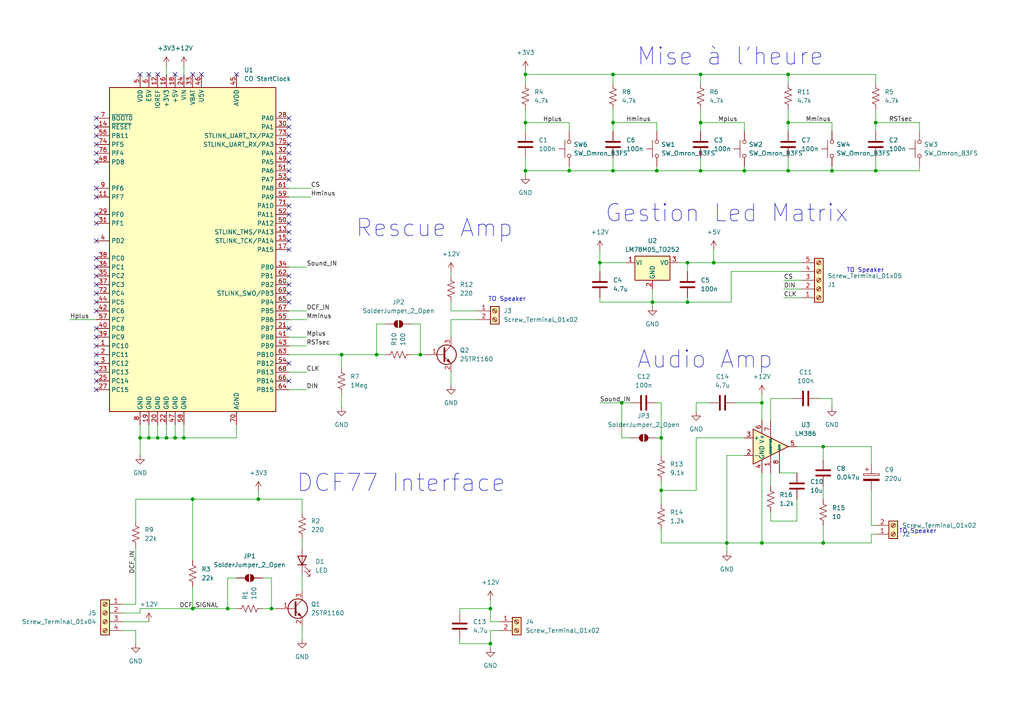
<source format=kicad_sch>
(kicad_sch (version 20231120) (generator "eeschema") (generator_version "8.0")
  (paper "A4")
  (junction (at 45.72 127))
  (junction (at 207.01 76.2))
  (junction (at 220.98 116.84))
  (junction (at 152.4 49.53))
  (junction (at 203.2 21.59))
  (junction (at 228.6 35.56))
  (junction (at 241.3 49.53))
  (junction (at 109.22 102.87))
  (junction (at 228.6 21.59))
  (junction (at 142.24 186.69))
  (junction (at 191.77 142.24))
  (junction (at 50.8 127))
  (junction (at 152.4 21.59))
  (junction (at 191.77 127))
  (junction (at 199.39 76.2))
  (junction (at 199.39 87.63))
  (junction (at 238.76 129.54))
  (junction (at 210.82 157.48))
  (junction (at 48.26 127))
  (junction (at 203.2 49.53))
  (junction (at 152.4 35.56))
  (junction (at 177.8 21.59))
  (junction (at 180.34 116.84))
  (junction (at 99.06 102.87))
  (junction (at 215.9 49.53))
  (junction (at 142.24 176.53))
  (junction (at 74.93 144.78))
  (junction (at 43.18 127))
  (junction (at 40.64 127))
  (junction (at 177.8 35.56))
  (junction (at 254 35.56))
  (junction (at 53.34 127))
  (junction (at 189.23 87.63))
  (junction (at 203.2 35.56))
  (junction (at 254 49.53))
  (junction (at 121.92 102.87))
  (junction (at 78.74 176.53))
  (junction (at 66.04 176.53))
  (junction (at 228.6 49.53))
  (junction (at 177.8 49.53))
  (junction (at 55.88 144.78))
  (junction (at 238.76 157.48))
  (junction (at 220.98 157.48))
  (junction (at 173.99 76.2))
  (junction (at 165.1 49.53))
  (junction (at 190.5 49.53))
  (junction (at 55.88 176.53))
  (no_connect (at 83.82 39.37))
  (no_connect (at 27.94 62.23))
  (no_connect (at 40.64 21.59))
  (no_connect (at 83.82 59.69))
  (no_connect (at 27.94 87.63))
  (no_connect (at 27.94 39.37))
  (no_connect (at 27.94 36.83))
  (no_connect (at 83.82 41.91))
  (no_connect (at 27.94 44.45))
  (no_connect (at 27.94 105.41))
  (no_connect (at 83.82 80.01))
  (no_connect (at 83.82 69.85))
  (no_connect (at 58.42 21.59))
  (no_connect (at 83.82 44.45))
  (no_connect (at 27.94 90.17))
  (no_connect (at 27.94 102.87))
  (no_connect (at 27.94 80.01))
  (no_connect (at 27.94 46.99))
  (no_connect (at 27.94 64.77))
  (no_connect (at 50.8 21.59))
  (no_connect (at 83.82 46.99))
  (no_connect (at 27.94 82.55))
  (no_connect (at 45.72 21.59))
  (no_connect (at 83.82 36.83))
  (no_connect (at 83.82 62.23))
  (no_connect (at 27.94 41.91))
  (no_connect (at 27.94 110.49))
  (no_connect (at 83.82 72.39))
  (no_connect (at 27.94 97.79))
  (no_connect (at 27.94 95.25))
  (no_connect (at 27.94 85.09))
  (no_connect (at 83.82 87.63))
  (no_connect (at 27.94 34.29))
  (no_connect (at 83.82 95.25))
  (no_connect (at 83.82 34.29))
  (no_connect (at 27.94 100.33))
  (no_connect (at 83.82 67.31))
  (no_connect (at 83.82 110.49))
  (no_connect (at 83.82 105.41))
  (no_connect (at 27.94 77.47))
  (no_connect (at 27.94 107.95))
  (no_connect (at 83.82 52.07))
  (no_connect (at 68.58 21.59))
  (no_connect (at 55.88 21.59))
  (no_connect (at 83.82 85.09))
  (no_connect (at 27.94 74.93))
  (no_connect (at 83.82 82.55))
  (no_connect (at 27.94 113.03))
  (no_connect (at 27.94 69.85))
  (no_connect (at 27.94 54.61))
  (no_connect (at 43.18 21.59))
  (no_connect (at 27.94 57.15))
  (no_connect (at 83.82 49.53))
  (no_connect (at 83.82 64.77))
  (wire (pts (xy 191.77 142.24) (xy 191.77 146.05)))
  (wire (pts (xy 87.63 144.78) (xy 87.63 148.59)))
  (wire (pts (xy 55.88 162.56) (xy 55.88 144.78)))
  (wire (pts (xy 191.77 127) (xy 191.77 132.08)))
  (wire (pts (xy 173.99 76.2) (xy 181.61 76.2)))
  (wire (pts (xy 210.82 157.48) (xy 210.82 160.02)))
  (wire (pts (xy 191.77 139.7) (xy 191.77 142.24)))
  (wire (pts (xy 227.33 86.36) (xy 232.41 86.36)))
  (wire (pts (xy 83.82 77.47) (xy 88.9 77.47)))
  (wire (pts (xy 152.4 35.56) (xy 165.1 35.56)))
  (wire (pts (xy 189.23 87.63) (xy 189.23 88.9)))
  (wire (pts (xy 130.81 90.17) (xy 138.43 90.17)))
  (wire (pts (xy 241.3 49.53) (xy 228.6 49.53)))
  (wire (pts (xy 180.34 116.84) (xy 180.34 127)))
  (wire (pts (xy 152.4 31.75) (xy 152.4 35.56)))
  (wire (pts (xy 66.04 176.53) (xy 68.58 176.53)))
  (wire (pts (xy 215.9 48.26) (xy 215.9 49.53)))
  (wire (pts (xy 228.6 21.59) (xy 254 21.59)))
  (wire (pts (xy 238.76 140.97) (xy 238.76 144.78)))
  (wire (pts (xy 35.56 175.26) (xy 39.37 175.26)))
  (wire (pts (xy 99.06 102.87) (xy 99.06 106.68)))
  (wire (pts (xy 133.35 176.53) (xy 142.24 176.53)))
  (wire (pts (xy 53.34 127) (xy 68.58 127)))
  (wire (pts (xy 40.64 123.19) (xy 40.64 127)))
  (wire (pts (xy 74.93 144.78) (xy 87.63 144.78)))
  (wire (pts (xy 45.72 123.19) (xy 45.72 127)))
  (wire (pts (xy 133.35 177.8) (xy 133.35 176.53)))
  (wire (pts (xy 66.04 167.64) (xy 66.04 176.53)))
  (wire (pts (xy 228.6 31.75) (xy 228.6 35.56)))
  (wire (pts (xy 215.9 49.53) (xy 203.2 49.53)))
  (wire (pts (xy 177.8 35.56) (xy 190.5 35.56)))
  (wire (pts (xy 43.18 127) (xy 45.72 127)))
  (wire (pts (xy 207.01 72.39) (xy 207.01 76.2)))
  (wire (pts (xy 220.98 157.48) (xy 238.76 157.48)))
  (wire (pts (xy 210.82 132.08) (xy 210.82 157.48)))
  (wire (pts (xy 130.81 92.71) (xy 138.43 92.71)))
  (wire (pts (xy 76.2 176.53) (xy 78.74 176.53)))
  (wire (pts (xy 130.81 92.71) (xy 130.81 97.79)))
  (wire (pts (xy 142.24 176.53) (xy 142.24 180.34)))
  (wire (pts (xy 40.64 176.53) (xy 55.88 176.53)))
  (wire (pts (xy 177.8 21.59) (xy 203.2 21.59)))
  (wire (pts (xy 203.2 45.72) (xy 203.2 49.53)))
  (wire (pts (xy 43.18 123.19) (xy 43.18 127)))
  (wire (pts (xy 165.1 48.26) (xy 165.1 49.53)))
  (wire (pts (xy 228.6 49.53) (xy 215.9 49.53)))
  (wire (pts (xy 215.9 38.1) (xy 215.9 35.56)))
  (wire (pts (xy 152.4 21.59) (xy 152.4 24.13)))
  (wire (pts (xy 238.76 129.54) (xy 252.73 129.54)))
  (wire (pts (xy 142.24 180.34) (xy 144.78 180.34)))
  (wire (pts (xy 55.88 176.53) (xy 66.04 176.53)))
  (wire (pts (xy 173.99 116.84) (xy 180.34 116.84)))
  (wire (pts (xy 254 45.72) (xy 254 49.53)))
  (wire (pts (xy 165.1 49.53) (xy 177.8 49.53)))
  (wire (pts (xy 220.98 116.84) (xy 220.98 121.92)))
  (wire (pts (xy 53.34 127) (xy 50.8 127)))
  (wire (pts (xy 177.8 49.53) (xy 190.5 49.53)))
  (wire (pts (xy 35.56 182.88) (xy 39.37 182.88)))
  (wire (pts (xy 203.2 24.13) (xy 203.2 21.59)))
  (wire (pts (xy 20.32 92.71) (xy 27.94 92.71)))
  (wire (pts (xy 237.49 115.57) (xy 241.3 115.57)))
  (wire (pts (xy 121.92 102.87) (xy 123.19 102.87)))
  (wire (pts (xy 231.14 151.13) (xy 231.14 144.78)))
  (wire (pts (xy 223.52 151.13) (xy 231.14 151.13)))
  (wire (pts (xy 201.93 119.38) (xy 201.93 116.84)))
  (wire (pts (xy 35.56 177.8) (xy 40.64 177.8)))
  (wire (pts (xy 39.37 158.75) (xy 39.37 175.26)))
  (wire (pts (xy 152.4 49.53) (xy 152.4 50.8)))
  (wire (pts (xy 190.5 127) (xy 191.77 127)))
  (wire (pts (xy 252.73 152.4) (xy 254 152.4)))
  (wire (pts (xy 207.01 76.2) (xy 232.41 76.2)))
  (wire (pts (xy 50.8 123.19) (xy 50.8 127)))
  (wire (pts (xy 83.82 57.15) (xy 90.17 57.15)))
  (wire (pts (xy 220.98 157.48) (xy 210.82 157.48)))
  (wire (pts (xy 83.82 54.61) (xy 90.17 54.61)))
  (wire (pts (xy 231.14 129.54) (xy 238.76 129.54)))
  (wire (pts (xy 223.52 148.59) (xy 223.52 151.13)))
  (wire (pts (xy 142.24 182.88) (xy 144.78 182.88)))
  (wire (pts (xy 76.2 167.64) (xy 78.74 167.64)))
  (wire (pts (xy 119.38 93.98) (xy 121.92 93.98)))
  (wire (pts (xy 152.4 20.32) (xy 152.4 21.59)))
  (wire (pts (xy 173.99 87.63) (xy 189.23 87.63)))
  (wire (pts (xy 196.85 76.2) (xy 199.39 76.2)))
  (wire (pts (xy 177.8 45.72) (xy 177.8 49.53)))
  (wire (pts (xy 190.5 116.84) (xy 191.77 116.84)))
  (wire (pts (xy 266.7 48.26) (xy 266.7 49.53)))
  (wire (pts (xy 210.82 132.08) (xy 215.9 132.08)))
  (wire (pts (xy 254 35.56) (xy 254 38.1)))
  (wire (pts (xy 83.82 102.87) (xy 99.06 102.87)))
  (wire (pts (xy 228.6 45.72) (xy 228.6 49.53)))
  (wire (pts (xy 199.39 76.2) (xy 199.39 78.74)))
  (wire (pts (xy 68.58 167.64) (xy 66.04 167.64)))
  (wire (pts (xy 201.93 127) (xy 201.93 142.24)))
  (wire (pts (xy 191.77 153.67) (xy 191.77 157.48)))
  (wire (pts (xy 48.26 127) (xy 45.72 127)))
  (wire (pts (xy 130.81 107.95) (xy 130.81 111.76)))
  (wire (pts (xy 130.81 87.63) (xy 130.81 90.17)))
  (wire (pts (xy 133.35 185.42) (xy 133.35 186.69)))
  (wire (pts (xy 254 31.75) (xy 254 35.56)))
  (wire (pts (xy 254 24.13) (xy 254 21.59)))
  (wire (pts (xy 83.82 90.17) (xy 88.9 90.17)))
  (wire (pts (xy 83.82 113.03) (xy 88.9 113.03)))
  (wire (pts (xy 40.64 127) (xy 40.64 132.08)))
  (wire (pts (xy 252.73 142.24) (xy 252.73 152.4)))
  (wire (pts (xy 99.06 102.87) (xy 109.22 102.87)))
  (wire (pts (xy 78.74 167.64) (xy 78.74 176.53)))
  (wire (pts (xy 130.81 78.74) (xy 130.81 80.01)))
  (wire (pts (xy 142.24 182.88) (xy 142.24 186.69)))
  (wire (pts (xy 173.99 86.36) (xy 173.99 87.63)))
  (wire (pts (xy 39.37 182.88) (xy 39.37 186.69)))
  (wire (pts (xy 238.76 152.4) (xy 238.76 157.48)))
  (wire (pts (xy 223.52 121.92) (xy 223.52 115.57)))
  (wire (pts (xy 152.4 49.53) (xy 165.1 49.53)))
  (wire (pts (xy 203.2 21.59) (xy 228.6 21.59)))
  (wire (pts (xy 201.93 142.24) (xy 191.77 142.24)))
  (wire (pts (xy 215.9 127) (xy 201.93 127)))
  (wire (pts (xy 254 49.53) (xy 241.3 49.53)))
  (wire (pts (xy 199.39 76.2) (xy 207.01 76.2)))
  (wire (pts (xy 189.23 87.63) (xy 199.39 87.63)))
  (wire (pts (xy 53.34 19.05) (xy 53.34 21.59)))
  (wire (pts (xy 177.8 38.1) (xy 177.8 35.56)))
  (wire (pts (xy 201.93 116.84) (xy 205.74 116.84)))
  (wire (pts (xy 133.35 186.69) (xy 142.24 186.69)))
  (wire (pts (xy 177.8 24.13) (xy 177.8 21.59)))
  (wire (pts (xy 173.99 72.39) (xy 173.99 76.2)))
  (wire (pts (xy 212.09 87.63) (xy 199.39 87.63)))
  (wire (pts (xy 55.88 170.18) (xy 55.88 176.53)))
  (wire (pts (xy 83.82 92.71) (xy 88.9 92.71)))
  (wire (pts (xy 227.33 83.82) (xy 232.41 83.82)))
  (wire (pts (xy 203.2 35.56) (xy 203.2 38.1)))
  (wire (pts (xy 109.22 93.98) (xy 109.22 102.87)))
  (wire (pts (xy 39.37 144.78) (xy 39.37 151.13)))
  (wire (pts (xy 39.37 144.78) (xy 55.88 144.78)))
  (wire (pts (xy 35.56 180.34) (xy 43.18 180.34)))
  (wire (pts (xy 109.22 102.87) (xy 111.76 102.87)))
  (wire (pts (xy 190.5 35.56) (xy 190.5 38.1)))
  (wire (pts (xy 48.26 127) (xy 50.8 127)))
  (wire (pts (xy 40.64 177.8) (xy 40.64 176.53)))
  (wire (pts (xy 152.4 38.1) (xy 152.4 35.56)))
  (wire (pts (xy 152.4 21.59) (xy 177.8 21.59)))
  (wire (pts (xy 226.06 137.16) (xy 231.14 137.16)))
  (wire (pts (xy 142.24 173.99) (xy 142.24 176.53)))
  (wire (pts (xy 241.3 48.26) (xy 241.3 49.53)))
  (wire (pts (xy 266.7 38.1) (xy 266.7 35.56)))
  (wire (pts (xy 213.36 116.84) (xy 220.98 116.84)))
  (wire (pts (xy 78.74 176.53) (xy 80.01 176.53)))
  (wire (pts (xy 203.2 31.75) (xy 203.2 35.56)))
  (wire (pts (xy 142.24 186.69) (xy 142.24 187.96)))
  (wire (pts (xy 220.98 114.3) (xy 220.98 116.84)))
  (wire (pts (xy 191.77 157.48) (xy 210.82 157.48)))
  (wire (pts (xy 254 35.56) (xy 266.7 35.56)))
  (wire (pts (xy 83.82 100.33) (xy 88.9 100.33)))
  (wire (pts (xy 68.58 123.19) (xy 68.58 127)))
  (wire (pts (xy 53.34 123.19) (xy 53.34 127)))
  (wire (pts (xy 83.82 97.79) (xy 88.9 97.79)))
  (wire (pts (xy 203.2 49.53) (xy 190.5 49.53)))
  (wire (pts (xy 241.3 115.57) (xy 241.3 118.11)))
  (wire (pts (xy 190.5 48.26) (xy 190.5 49.53)))
  (wire (pts (xy 223.52 137.16) (xy 223.52 140.97)))
  (wire (pts (xy 83.82 107.95) (xy 88.9 107.95)))
  (wire (pts (xy 74.93 142.24) (xy 74.93 144.78)))
  (wire (pts (xy 111.76 93.98) (xy 109.22 93.98)))
  (wire (pts (xy 220.98 137.16) (xy 220.98 157.48)))
  (wire (pts (xy 48.26 19.05) (xy 48.26 21.59)))
  (wire (pts (xy 165.1 35.56) (xy 165.1 38.1)))
  (wire (pts (xy 48.26 123.19) (xy 48.26 127)))
  (wire (pts (xy 189.23 83.82) (xy 189.23 87.63)))
  (wire (pts (xy 252.73 154.94) (xy 254 154.94)))
  (wire (pts (xy 87.63 181.61) (xy 87.63 185.42)))
  (wire (pts (xy 182.88 127) (xy 180.34 127)))
  (wire (pts (xy 228.6 21.59) (xy 228.6 24.13)))
  (wire (pts (xy 99.06 114.3) (xy 99.06 118.11)))
  (wire (pts (xy 40.64 127) (xy 43.18 127)))
  (wire (pts (xy 241.3 38.1) (xy 241.3 35.56)))
  (wire (pts (xy 199.39 86.36) (xy 199.39 87.63)))
  (wire (pts (xy 119.38 102.87) (xy 121.92 102.87)))
  (wire (pts (xy 223.52 115.57) (xy 229.87 115.57)))
  (wire (pts (xy 180.34 116.84) (xy 182.88 116.84)))
  (wire (pts (xy 203.2 35.56) (xy 215.9 35.56)))
  (wire (pts (xy 152.4 45.72) (xy 152.4 49.53)))
  (wire (pts (xy 228.6 35.56) (xy 228.6 38.1)))
  (wire (pts (xy 191.77 116.84) (xy 191.77 127)))
  (wire (pts (xy 55.88 144.78) (xy 74.93 144.78)))
  (wire (pts (xy 266.7 49.53) (xy 254 49.53)))
  (wire (pts (xy 212.09 78.74) (xy 232.41 78.74)))
  (wire (pts (xy 252.73 129.54) (xy 252.73 134.62)))
  (wire (pts (xy 87.63 156.21) (xy 87.63 158.75)))
  (wire (pts (xy 177.8 31.75) (xy 177.8 35.56)))
  (wire (pts (xy 228.6 35.56) (xy 241.3 35.56)))
  (wire (pts (xy 212.09 78.74) (xy 212.09 87.63)))
  (wire (pts (xy 238.76 157.48) (xy 252.73 157.48)))
  (wire (pts (xy 227.33 81.28) (xy 232.41 81.28)))
  (wire (pts (xy 87.63 166.37) (xy 87.63 171.45)))
  (wire (pts (xy 173.99 76.2) (xy 173.99 78.74)))
  (wire (pts (xy 238.76 129.54) (xy 238.76 133.35)))
  (wire (pts (xy 121.92 93.98) (xy 121.92 102.87)))
  (wire (pts (xy 252.73 154.94) (xy 252.73 157.48)))
  (text "TO Speaker" (at 250.952 78.486 0) (effects (font (size 1.27 1.27))))
  (text "TO Speaker" (at 266.192 154.178 0) (effects (font (size 1.27 1.27))))
  (text "Audio Amp" (at 204.47 104.394 0) (effects (font (size 5 5))))
  (text "TO Speaker" (at 147.066 86.868 0) (effects (font (size 1.27 1.27))))
  (text "Rescue Amp" (at 125.984 66.294 0) (effects (font (size 5 5))))
  (text "DCF77 Interface" (at 116.332 140.208 0) (effects (font (size 5 5))))
  (text "Mise à l'heure" (at 211.836 16.51 0) (effects (font (size 5 5))))
  (text "Gestion Led Matrix" (at 210.82 61.976 0) (effects (font (size 5 5))))
  (label "CS" (at 227.33 81.28 0))
  (label "Mplus" (at 88.9 97.79 0))
  (label "Sound_IN" (at 88.9 77.47 0))
  (label "Sound_IN" (at 173.99 116.84 0))
  (label "CLK" (at 88.9 107.95 0))
  (label "DIN" (at 88.9 113.03 0))
  (label "CS" (at 90.17 54.61 0))
  (label "DIN" (at 227.33 83.82 0))
  (label "DCF_IN" (at 88.9 90.17 0))
  (label "RSTsec" (at 88.9 100.33 0))
  (label "DCF_IN" (at 39.37 166.37 90))
  (label "Mplus" (at 208.28 35.56 0))
  (label "CLK" (at 227.33 86.36 0))
  (label "DCF_SIGNAL" (at 52.07 176.53 0))
  (label "Mminus" (at 233.68 35.56 0))
  (label "RSTsec" (at 257.81 35.56 0))
  (label "Mminus" (at 88.9 92.71 0))
  (label "Hminus" (at 90.17 57.15 0))
  (label "Hplus" (at 157.48 35.56 0))
  (label "Hminus" (at 181.61 35.56 0))
  (label "Hplus" (at 20.32 92.71 0))
  (symbol (lib_id "StartClock:NUCLEO64-L152RE") (at 55.88 72.39 0) (unit 1)
    (property "Reference" "U1" (at 70.7741 20.32 0) (effects (justify left)))
    (property "Value" "CO StartClock" (at 70.7741 22.86 0) (effects (justify left)))
    (property "Footprint" "Nucleo_64:ST_Morpho_Connector_64_NOHOLES_TOP" (effects (hide yes)))
    (property "Datasheet" "http://www.st.com/st-web-ui/static/active/en/resource/technical/document/data_brief/DM00105918.pdf" (effects (hide yes)))
    (property "Description" "Nucleo 64 Development Board with STM32L152RE" (effects (hide yes)))
    (property "Ref mouser" "None: in Stock" (effects (hide yes)))
  )
  (symbol (lib_id "power:+12V") (at 130.81 78.74 0) (unit 1)
    (property "Reference" "#PWR010" (effects (hide yes)))
    (property "Value" "+12V" (at 130.81 73.66 0))
    (property "Description" "Power symbol creates a global label with name \"+12V\"" (effects (hide yes)))
  )
  (symbol (lib_id "Device:C") (at 203.2 41.91 0) (unit 1)
    (property "Reference" "C3" (at 207.01 40.6399 0) (effects (justify left)))
    (property "Value" "100n" (at 207.01 43.1799 0) (effects (justify left)))
    (property "Footprint" "Capacitor_SMD:C_0805_2012Metric_Pad1.18x1.45mm_HandSolder" (effects (hide yes)))
    (property "Description" "Unpolarized capacitor" (effects (hide yes)))
    (property "Ref mouser" "https://www.mouser.fr/ProductDetail/KEMET/C0805C104K6RACTU?qs=NrXEK%2Fuukt5je6JkV2NA6Q%3D%3D" (effects (hide yes)))
  )
  (symbol (lib_id "Device:C") (at 186.69 116.84 90) (unit 1)
    (property "Reference" "C12" (at 186.69 109.22 90))
    (property "Value" "100n" (at 186.69 111.76 90))
    (property "Footprint" "Capacitor_SMD:C_0805_2012Metric_Pad1.18x1.45mm_HandSolder" (effects (hide yes)))
    (property "Description" "Unpolarized capacitor" (effects (hide yes)))
    (property "Ref mouser" "https://www.mouser.fr/ProductDetail/KEMET/C0805C104K6RACTU?qs=NrXEK%2Fuukt5je6JkV2NA6Q%3D%3D" (effects (hide yes)))
  )
  (symbol (lib_id "Device:R_US") (at 238.76 148.59 180) (unit 1)
    (property "Reference" "R15" (at 241.3 147.3199 0) (effects (justify right)))
    (property "Value" "10" (at 241.3 149.8599 0) (effects (justify right)))
    (property "Footprint" "Resistor_SMD:R_0805_2012Metric_Pad1.20x1.40mm_HandSolder" (effects (hide yes)))
    (property "Description" "Resistor, US symbol" (effects (hide yes)))
    (property "Ref mouser" "https://www.mouser.fr/ProductDetail/YAGEO/RT0805FRE1310RL?qs=1mbolxNpo8cxANW8i7GXPg%3D%3D" (effects (hide yes)))
  )
  (symbol (lib_id "Device:C") (at 209.55 116.84 270) (unit 1)
    (property "Reference" "C14" (at 209.55 109.22 90))
    (property "Value" "4.7u" (at 209.55 111.76 90))
    (property "Footprint" "Capacitor_SMD:C_0805_2012Metric_Pad1.18x1.45mm_HandSolder" (effects (hide yes)))
    (property "Description" "Unpolarized capacitor" (effects (hide yes)))
    (property "Ref mouser" "https://www.mouser.fr/ProductDetail/Murata-Electronics/GRM21BZ7YA475KE15L?qs=Ey7%2FXF42M3dwsQijVSe80A%3D%3D" (effects (hide yes)))
  )
  (symbol (lib_id "power:GND") (at 241.3 118.11 0) (unit 1)
    (property "Reference" "#PWR018" (effects (hide yes)))
    (property "Value" "GND" (at 241.3 123.19 0))
    (property "Description" "Power symbol creates a global label with name \"GND\" , ground" (effects (hide yes)))
  )
  (symbol (lib_id "power:+3V3") (at 74.93 142.24 0) (unit 1)
    (property "Reference" "#PWR04" (effects (hide yes)))
    (property "Value" "+3V3" (at 74.93 137.16 0))
    (property "Description" "Power symbol creates a global label with name \"+3V3\"" (effects (hide yes)))
  )
  (symbol (lib_id "power:GND") (at 201.93 119.38 0) (unit 1)
    (property "Reference" "#PWR021" (effects (hide yes)))
    (property "Value" "GND" (at 201.93 124.46 0))
    (property "Description" "Power symbol creates a global label with name \"GND\" , ground" (effects (hide yes)))
  )
  (symbol (lib_id "Device:C") (at 133.35 181.61 0) (unit 1)
    (property "Reference" "C13" (at 137.16 180.3399 0) (effects (justify left)))
    (property "Value" "4.7u" (at 137.16 182.8799 0) (effects (justify left)))
    (property "Footprint" "Capacitor_SMD:C_0805_2012Metric_Pad1.18x1.45mm_HandSolder" (effects (hide yes)))
    (property "Description" "Unpolarized capacitor" (effects (hide yes)))
    (property "Ref mouser" "https://www.mouser.fr/ProductDetail/Murata-Electronics/GRM21BZ7YA475KE15L?qs=Ey7%2FXF42M3dwsQijVSe80A%3D%3D" (effects (hide yes)))
  )
  (symbol (lib_id "power:+3V3") (at 48.26 19.05 0) (unit 1)
    (property "Reference" "#PWR03" (effects (hide yes)))
    (property "Value" "+3V3" (at 48.26 13.97 0))
    (property "Description" "Power symbol creates a global label with name \"+3V3\"" (effects (hide yes)))
  )
  (symbol (lib_id "Jumper:SolderJumper_2_Open") (at 115.57 93.98 0) (unit 1) (exclude_from_sim yes) (in_bom no)
    (property "Reference" "JP2" (at 115.57 87.63 0))
    (property "Value" "SolderJumper_2_Open" (at 115.57 90.17 0))
    (property "Footprint" "Nucleo_64:SolderJumper-TrianglePad1.0x1.5mm" (effects (hide yes)))
    (property "Description" "Solder Jumper, 2-pole, open" (effects (hide yes)))
    (property "Ref mouser" "None: in Stock" (effects (hide yes)))
  )
  (symbol (lib_id "power:GND") (at 152.4 50.8 0) (unit 1)
    (property "Reference" "#PWR09" (effects (hide yes)))
    (property "Value" "GND" (at 152.4 55.88 0))
    (property "Description" "Power symbol creates a global label with name \"GND\" , ground" (effects (hide yes)))
  )
  (symbol (lib_id "Device:C") (at 177.8 41.91 0) (unit 1)
    (property "Reference" "C6" (at 181.61 40.6399 0) (effects (justify left)))
    (property "Value" "100n" (at 181.61 43.1799 0) (effects (justify left)))
    (property "Footprint" "Capacitor_SMD:C_0805_2012Metric_Pad1.18x1.45mm_HandSolder" (effects (hide yes)))
    (property "Description" "Unpolarized capacitor" (effects (hide yes)))
    (property "Ref mouser" "https://www.mouser.fr/ProductDetail/KEMET/C0805C104K6RACTU?qs=NrXEK%2Fuukt5je6JkV2NA6Q%3D%3D" (effects (hide yes)))
  )
  (symbol (lib_id "Device:C") (at 254 41.91 0) (unit 1)
    (property "Reference" "C2" (at 257.81 40.6399 0) (effects (justify left)))
    (property "Value" "100n" (at 257.81 43.1799 0) (effects (justify left)))
    (property "Footprint" "Capacitor_SMD:C_0805_2012Metric_Pad1.18x1.45mm_HandSolder" (effects (hide yes)))
    (property "Description" "Unpolarized capacitor" (effects (hide yes)))
    (property "Ref mouser" "https://www.mouser.fr/ProductDetail/KEMET/C0805C104K6RACTU?qs=NrXEK%2Fuukt5je6JkV2NA6Q%3D%3D" (effects (hide yes)))
  )
  (symbol (lib_id "Device:R_US") (at 203.2 27.94 180) (unit 1)
    (property "Reference" "R6" (at 205.74 26.6699 0) (effects (justify right)))
    (property "Value" "4.7k" (at 205.74 29.2099 0) (effects (justify right)))
    (property "Footprint" "Resistor_SMD:R_0805_2012Metric_Pad1.20x1.40mm_HandSolder" (effects (hide yes)))
    (property "Description" "Resistor, US symbol" (effects (hide yes)))
    (property "Ref mouser" "https://www.mouser.fr/ProductDetail/YAGEO/RC0805FR-074K7L?qs=VLOqbHBAO5cYXbrd7RTmuQ%3D%3D" (effects (hide yes)))
  )
  (symbol (lib_id "power:GND") (at 39.37 186.69 0) (unit 1)
    (property "Reference" "#PWR08" (effects (hide yes)))
    (property "Value" "GND" (at 39.37 191.77 0))
    (property "Description" "Power symbol creates a global label with name \"GND\" , ground" (effects (hide yes)))
  )
  (symbol (lib_id "Device:C") (at 173.99 82.55 0) (unit 1)
    (property "Reference" "C4" (at 177.8 81.2799 0) (effects (justify left)))
    (property "Value" "4.7u" (at 177.8 83.8199 0) (effects (justify left)))
    (property "Footprint" "Capacitor_SMD:C_0805_2012Metric_Pad1.18x1.45mm_HandSolder" (effects (hide yes)))
    (property "Description" "Unpolarized capacitor" (effects (hide yes)))
    (property "Ref mouser" "https://www.mouser.fr/ProductDetail/Murata-Electronics/GRM21BZ7YA475KE15L?qs=Ey7%2FXF42M3dwsQijVSe80A%3D%3D" (effects (hide yes)))
  )
  (symbol (lib_id "Switch:SW_Omron_B3FS") (at 215.9 43.18 90) (unit 1)
    (property "Reference" "SW2" (at 217.17 41.9099 90) (effects (justify right)))
    (property "Value" "SW_Omron_B3FS" (at 217.17 44.4499 90) (effects (justify right)))
    (property "Footprint" "Button_Switch_SMD:SW_SPST_Omron_B3FS-101xP" (effects (hide yes)))
    (property "Datasheet" "https://omronfs.omron.com/en_US/ecb/products/pdf/en-b3fs.pdf" (effects (hide yes)))
    (property "Description" "Omron B3FS 6x6mm single pole normally-open tactile switch" (effects (hide yes)))
    (property "Ref mouser" "https://www.mouser.fr/ProductDetail/Omron-Electronics/B3FS-1012P?qs=1tDaWCEHQQ7mwfTJVAKWQA%3D%3D" (effects (hide yes)))
  )
  (symbol (lib_id "Connector:Screw_Terminal_01x02") (at 149.86 180.34 0) (unit 1)
    (property "Reference" "J4" (at 152.4 180.3399 0) (effects (justify left)))
    (property "Value" "Screw_Terminal_01x02" (at 152.4 182.8799 0) (effects (justify left)))
    (property "Footprint" "TerminalBlock_Phoenix:TerminalBlock_Phoenix_MPT-0,5-2-2.54_1x02_P2.54mm_Horizontal" (effects (hide yes)))
    (property "Description" "Generic screw terminal, single row, 01x02, script generated (kicad-library-utils/schlib/autogen/connector/)" (effects (hide yes)))
    (property "Ref mouser" "https://www.mouser.fr/ProductDetail/Wurth-Elektronik/691210910002?qs=sPbYRqrBIVlpmUgpxfjjUA%3D%3D" (effects (hide yes)))
  )
  (symbol (lib_id "Device:R_US") (at 87.63 152.4 180) (unit 1)
    (property "Reference" "R2" (at 90.17 151.1299 0) (effects (justify right)))
    (property "Value" "220" (at 90.17 153.6699 0) (effects (justify right)))
    (property "Footprint" "Resistor_SMD:R_0805_2012Metric_Pad1.20x1.40mm_HandSolder" (effects (hide yes)))
    (property "Description" "Resistor, US symbol" (effects (hide yes)))
    (property "Ref mouser" "https://www.mouser.fr/ProductDetail/YAGEO/RT0805FRE10220RL?qs=F5EMLAvA7IClUaaFBNCt1Q%3D%3D" (effects (hide yes)))
  )
  (symbol (lib_id "Device:R_US") (at 55.88 166.37 180) (unit 1)
    (property "Reference" "R3" (at 58.42 165.0999 0) (effects (justify right)))
    (property "Value" "22k" (at 58.42 167.6399 0) (effects (justify right)))
    (property "Footprint" "Resistor_SMD:R_0805_2012Metric_Pad1.20x1.40mm_HandSolder" (effects (hide yes)))
    (property "Description" "Resistor, US symbol" (effects (hide yes)))
    (property "Ref mouser" "https://www.mouser.fr/ProductDetail/YAGEO/RT0805FRE1322KL?qs=1mbolxNpo8eWV%252BfmE3nyzw%3D%3D" (effects (hide yes)))
  )
  (symbol (lib_id "Connector:Screw_Terminal_01x02") (at 259.08 154.94 0) (mirror x) (unit 1)
    (property "Reference" "J2" (at 261.62 154.9401 0) (effects (justify left)))
    (property "Value" "Screw_Terminal_01x02" (at 261.62 152.4001 0) (effects (justify left)))
    (property "Footprint" "TerminalBlock_Phoenix:TerminalBlock_Phoenix_MPT-0,5-2-2.54_1x02_P2.54mm_Horizontal" (effects (hide yes)))
    (property "Description" "Generic screw terminal, single row, 01x02, script generated (kicad-library-utils/schlib/autogen/connector/)" (effects (hide yes)))
    (property "Ref mouser" "https://www.mouser.fr/ProductDetail/Wurth-Elektronik/691210910002?qs=sPbYRqrBIVlpmUgpxfjjUA%3D%3D" (effects (hide yes)))
  )
  (symbol (lib_id "Device:R_US") (at 130.81 83.82 180) (unit 1)
    (property "Reference" "R12" (at 133.35 82.5499 0) (effects (justify right)))
    (property "Value" "220" (at 133.35 85.0899 0) (effects (justify right)))
    (property "Footprint" "Resistor_SMD:R_2512_6332Metric" (effects (hide yes)))
    (property "Description" "Resistor, US symbol" (effects (hide yes)))
    (property "Ref mouser" "https://www.mouser.fr/ProductDetail/YAGEO/RC2512FK-07220RL?qs=GMd7ukQor4OMhGSsbk8aRQ%3D%3D" (effects (hide yes)))
  )
  (symbol (lib_id "Jumper:SolderJumper_2_Open") (at 186.69 127 0) (unit 1) (exclude_from_sim yes) (in_bom no)
    (property "Reference" "JP3" (at 186.69 120.65 0))
    (property "Value" "SolderJumper_2_Open" (at 186.69 123.19 0))
    (property "Footprint" "Nucleo_64:SolderJumper-TrianglePad1.0x1.5mm" (effects (hide yes)))
    (property "Description" "Solder Jumper, 2-pole, open" (effects (hide yes)))
    (property "Ref mouser" "None: in Stock" (effects (hide yes)))
  )
  (symbol (lib_id "Jumper:SolderJumper_2_Open") (at 72.39 167.64 0) (unit 1) (exclude_from_sim yes) (in_bom no)
    (property "Reference" "JP1" (at 72.39 161.29 0))
    (property "Value" "SolderJumper_2_Open" (at 72.39 163.83 0))
    (property "Footprint" "Nucleo_64:SolderJumper-TrianglePad1.0x1.5mm" (effects (hide yes)))
    (property "Description" "Solder Jumper, 2-pole, open" (effects (hide yes)))
    (property "Ref mouser" "None: in Stock" (effects (hide yes)))
  )
  (symbol (lib_id "Device:R_US") (at 39.37 154.94 180) (unit 1)
    (property "Reference" "R9" (at 41.91 153.6699 0) (effects (justify right)))
    (property "Value" "22k" (at 41.91 156.2099 0) (effects (justify right)))
    (property "Footprint" "Resistor_SMD:R_0805_2012Metric_Pad1.20x1.40mm_HandSolder" (effects (hide yes)))
    (property "Description" "Resistor, US symbol" (effects (hide yes)))
    (property "Ref mouser" "https://www.mouser.fr/ProductDetail/YAGEO/RT0805FRE1322KL?qs=1mbolxNpo8eWV%252BfmE3nyzw%3D%3D" (effects (hide yes)))
  )
  (symbol (lib_id "Device:R_US") (at 72.39 176.53 90) (unit 1)
    (property "Reference" "R1" (at 71.1199 173.99 0) (effects (justify left)))
    (property "Value" "100" (at 73.6599 173.99 0) (effects (justify left)))
    (property "Footprint" "Resistor_SMD:R_0805_2012Metric_Pad1.20x1.40mm_HandSolder" (effects (hide yes)))
    (property "Description" "Resistor, US symbol" (effects (hide yes)))
    (property "Ref mouser" "https://www.mouser.fr/ProductDetail/YAGEO/RT0805DRD07100RL?qs=%2Ff7pOCXLR5eK3aDJ3OLj3w%3D%3D" (effects (hide yes)))
  )
  (symbol (lib_id "Switch:SW_Omron_B3FS") (at 190.5 43.18 90) (unit 1)
    (property "Reference" "SW1" (at 191.77 41.9099 90) (effects (justify right)))
    (property "Value" "SW_Omron_B3FS" (at 191.77 44.4499 90) (effects (justify right)))
    (property "Footprint" "Button_Switch_SMD:SW_SPST_Omron_B3FS-101xP" (effects (hide yes)))
    (property "Datasheet" "https://omronfs.omron.com/en_US/ecb/products/pdf/en-b3fs.pdf" (effects (hide yes)))
    (property "Description" "Omron B3FS 6x6mm single pole normally-open tactile switch" (effects (hide yes)))
    (property "Ref mouser" "https://www.mouser.fr/ProductDetail/Omron-Electronics/B3FS-1012P?qs=1tDaWCEHQQ7mwfTJVAKWQA%3D%3D" (effects (hide yes)))
  )
  (symbol (lib_id "Device:C") (at 152.4 41.91 0) (unit 1)
    (property "Reference" "C1" (at 156.21 40.6399 0) (effects (justify left)))
    (property "Value" "100n" (at 156.21 43.1799 0) (effects (justify left)))
    (property "Footprint" "Capacitor_SMD:C_0805_2012Metric_Pad1.18x1.45mm_HandSolder" (effects (hide yes)))
    (property "Description" "Unpolarized capacitor" (effects (hide yes)))
    (property "Ref mouser" "https://www.mouser.fr/ProductDetail/KEMET/C0805C104K6RACTU?qs=NrXEK%2Fuukt5je6JkV2NA6Q%3D%3D" (effects (hide yes)))
  )
  (symbol (lib_id "Amplifier_Audio:LM386") (at 223.52 129.54 0) (unit 1)
    (property "Reference" "U3" (at 233.68 123.2214 0))
    (property "Value" "LM386" (at 233.68 125.7614 0))
    (property "Footprint" "Package_SO:SOIC-8_3.9x4.9mm_P1.27mm" (effects (hide yes)))
    (property "Datasheet" "http://www.ti.com/lit/ds/symlink/lm386.pdf" (effects (hide yes)))
    (property "Description" "Low Voltage Audio Power Amplifier, DIP-8/SOIC-8/SSOP-8" (effects (hide yes)))
    (property "Ref mouser" "https://www.mouser.fr/ProductDetail/Texas-Instruments/LM386MX-1-NOPB?qs=QbsRYf82W3FIdJRa%252BlgeNQ%3D%3D" (effects (hide yes)))
  )
  (symbol (lib_id "Device:R_US") (at 152.4 27.94 180) (unit 1)
    (property "Reference" "R4" (at 154.94 26.6699 0) (effects (justify right)))
    (property "Value" "4.7k" (at 154.94 29.2099 0) (effects (justify right)))
    (property "Footprint" "Resistor_SMD:R_0805_2012Metric_Pad1.20x1.40mm_HandSolder" (effects (hide yes)))
    (property "Description" "Resistor, US symbol" (effects (hide yes)))
    (property "Ref mouser" "https://www.mouser.fr/ProductDetail/YAGEO/RC0805FR-074K7L?qs=VLOqbHBAO5cYXbrd7RTmuQ%3D%3D" (effects (hide yes)))
  )
  (symbol (lib_id "power:+12V") (at 43.18 180.34 0) (unit 1)
    (property "Reference" "#PWR07" (effects (hide yes)))
    (property "Value" "+12V" (at 43.18 175.26 0))
    (property "Description" "Power symbol creates a global label with name \"+12V\"" (effects (hide yes)))
  )
  (symbol (lib_id "Device:C") (at 233.68 115.57 90) (unit 1)
    (property "Reference" "C11" (at 233.68 107.95 90))
    (property "Value" "100n" (at 233.68 110.49 90))
    (property "Footprint" "Capacitor_SMD:C_0805_2012Metric_Pad1.18x1.45mm_HandSolder" (effects (hide yes)))
    (property "Description" "Unpolarized capacitor" (effects (hide yes)))
    (property "Ref mouser" "https://www.mouser.fr/ProductDetail/KEMET/C0805C104K6RACTU?qs=NrXEK%2Fuukt5je6JkV2NA6Q%3D%3D" (effects (hide yes)))
  )
  (symbol (lib_id "power:+3V3") (at 152.4 20.32 0) (unit 1)
    (property "Reference" "#PWR011" (effects (hide yes)))
    (property "Value" "+3V3" (at 152.4 15.24 0))
    (property "Description" "Power symbol creates a global label with name \"+3V3\"" (effects (hide yes)))
  )
  (symbol (lib_id "Device:C") (at 231.14 140.97 0) (unit 1)
    (property "Reference" "C10" (at 234.95 139.6999 0) (effects (justify left)))
    (property "Value" "10u" (at 234.95 142.2399 0) (effects (justify left)))
    (property "Footprint" "Capacitor_SMD:C_0805_2012Metric_Pad1.18x1.45mm_HandSolder" (effects (hide yes)))
    (property "Description" "Unpolarized capacitor" (effects (hide yes)))
    (property "Ref mouser" "https://www.mouser.fr/ProductDetail/Murata-Electronics/GRM21BZ71E106KE15K?qs=Ey7%2FXF42M3ceEkXCU194qQ%3D%3D" (effects (hide yes)))
  )
  (symbol (lib_id "Device:Q_NPN_BEC") (at 128.27 102.87 0) (unit 1)
    (property "Reference" "Q2" (at 133.35 101.5999 0) (effects (justify left)))
    (property "Value" "2STR1160" (at 133.35 104.1399 0) (effects (justify left)))
    (property "Footprint" "Package_TO_SOT_SMD:TSOT-23" (effects (hide yes)))
    (property "Description" "NPN transistor, base/emitter/collector" (effects (hide yes)))
    (property "Ref mouser" "None: in Stock" (effects (hide yes)))
  )
  (symbol (lib_id "Device:Q_NPN_BEC") (at 85.09 176.53 0) (unit 1)
    (property "Reference" "Q1" (at 90.17 175.2599 0) (effects (justify left)))
    (property "Value" "2STR1160" (at 90.17 177.7999 0) (effects (justify left)))
    (property "Footprint" "Package_TO_SOT_SMD:TSOT-23" (effects (hide yes)))
    (property "Description" "NPN transistor, base/emitter/collector" (effects (hide yes)))
    (property "Ref mouser" "None: in Stock" (effects (hide yes)))
  )
  (symbol (lib_id "Connector:Screw_Terminal_01x02") (at 143.51 90.17 0) (unit 1)
    (property "Reference" "J3" (at 146.05 90.1699 0) (effects (justify left)))
    (property "Value" "Screw_Terminal_01x02" (at 146.05 92.7099 0) (effects (justify left)))
    (property "Footprint" "TerminalBlock_Phoenix:TerminalBlock_Phoenix_MPT-0,5-2-2.54_1x02_P2.54mm_Horizontal" (effects (hide yes)))
    (property "Description" "Generic screw terminal, single row, 01x02, script generated (kicad-library-utils/schlib/autogen/connector/)" (effects (hide yes)))
    (property "Ref mouser" "https://www.mouser.fr/ProductDetail/Wurth-Elektronik/691210910002?qs=sPbYRqrBIVlpmUgpxfjjUA%3D%3D" (effects (hide yes)))
  )
  (symbol (lib_id "Device:C_Polarized") (at 252.73 138.43 0) (unit 1)
    (property "Reference" "C9" (at 256.54 136.2709 0) (effects (justify left)))
    (property "Value" "220u" (at 256.54 138.8109 0) (effects (justify left)))
    (property "Footprint" "Capacitor_THT:CP_Radial_D10.0mm_P5.00mm" (effects (hide yes)))
    (property "Description" "Polarized capacitor" (effects (hide yes)))
    (property "Ref mouser" "None: in Stock" (effects (hide yes)))
  )
  (symbol (lib_id "Device:R_US") (at 99.06 110.49 180) (unit 1)
    (property "Reference" "R7" (at 101.6 109.2199 0) (effects (justify right)))
    (property "Value" "1Meg" (at 101.6 111.7599 0) (effects (justify right)))
    (property "Footprint" "Resistor_SMD:R_0805_2012Metric_Pad1.20x1.40mm_HandSolder" (effects (hide yes)))
    (property "Description" "Resistor, US symbol" (effects (hide yes)))
    (property "Ref mouser" "https://www.mouser.fr/ProductDetail/YAGEO/RT0805FRE101ML?qs=F5EMLAvA7ICcBycWGMkoRg%3D%3D" (effects (hide yes)))
  )
  (symbol (lib_id "power:GND") (at 210.82 160.02 0) (unit 1)
    (property "Reference" "#PWR017" (effects (hide yes)))
    (property "Value" "GND" (at 210.82 165.1 0))
    (property "Description" "Power symbol creates a global label with name \"GND\" , ground" (effects (hide yes)))
  )
  (symbol (lib_id "power:+5V") (at 207.01 72.39 0) (unit 1)
    (property "Reference" "#PWR014" (effects (hide yes)))
    (property "Value" "+5V" (at 207.01 67.31 0))
    (property "Description" "Power symbol creates a global label with name \"+5V\"" (effects (hide yes)))
  )
  (symbol (lib_id "Device:C") (at 238.76 137.16 0) (unit 1)
    (property "Reference" "C8" (at 242.57 135.8899 0) (effects (justify left)))
    (property "Value" "0.047u" (at 242.57 138.4299 0) (effects (justify left)))
    (property "Footprint" "Capacitor_SMD:C_0805_2012Metric_Pad1.18x1.45mm_HandSolder" (effects (hide yes)))
    (property "Description" "Unpolarized capacitor" (effects (hide yes)))
    (property "Ref mouser" "https://www.mouser.fr/ProductDetail/KYOCERA-AVX/08053C473KAT4A?qs=OgzxwkGQ6NJ%2FkRAYg4QbYg%3D%3D" (effects (hide yes)))
  )
  (symbol (lib_id "power:+12V") (at 220.98 114.3 0) (unit 1)
    (property "Reference" "#PWR016" (effects (hide yes)))
    (property "Value" "+12V" (at 220.98 109.22 0))
    (property "Description" "Power symbol creates a global label with name \"+12V\"" (effects (hide yes)))
  )
  (symbol (lib_id "power:GND") (at 99.06 118.11 0) (unit 1)
    (property "Reference" "#PWR06" (effects (hide yes)))
    (property "Value" "GND" (at 99.06 123.19 0))
    (property "Description" "Power symbol creates a global label with name \"GND\" , ground" (effects (hide yes)))
  )
  (symbol (lib_id "Device:R_US") (at 223.52 144.78 180) (unit 1)
    (property "Reference" "R16" (at 226.06 143.5099 0) (effects (justify right)))
    (property "Value" "1.2k" (at 226.06 146.0499 0) (effects (justify right)))
    (property "Footprint" "Resistor_SMD:R_0805_2012Metric_Pad1.20x1.40mm_HandSolder" (effects (hide yes)))
    (property "Description" "Resistor, US symbol" (effects (hide yes)))
    (property "Ref mouser" "https://www.mouser.fr/ProductDetail/YAGEO/RT0805FRE071K2L?qs=Of9BA0M78V%2FOQKObZjZlOg%3D%3D" (effects (hide yes)))
  )
  (symbol (lib_id "Device:R_US") (at 177.8 27.94 180) (unit 1)
    (property "Reference" "R8" (at 180.34 26.6699 0) (effects (justify right)))
    (property "Value" "4.7k" (at 180.34 29.2099 0) (effects (justify right)))
    (property "Footprint" "Resistor_SMD:R_0805_2012Metric_Pad1.20x1.40mm_HandSolder" (effects (hide yes)))
    (property "Description" "Resistor, US symbol" (effects (hide yes)))
    (property "Ref mouser" "https://www.mouser.fr/ProductDetail/YAGEO/RC0805FR-074K7L?qs=VLOqbHBAO5cYXbrd7RTmuQ%3D%3D" (effects (hide yes)))
  )
  (symbol (lib_id "power:GND") (at 40.64 132.08 0) (unit 1)
    (property "Reference" "#PWR01" (effects (hide yes)))
    (property "Value" "GND" (at 40.64 137.16 0))
    (property "Description" "Power symbol creates a global label with name \"GND\" , ground" (effects (hide yes)))
  )
  (symbol (lib_id "Connector:Screw_Terminal_01x05") (at 237.49 81.28 0) (mirror x) (unit 1)
    (property "Reference" "J1" (at 240.03 82.5501 0) (effects (justify left)))
    (property "Value" "Screw_Terminal_01x05" (at 240.03 80.0101 0) (effects (justify left)))
    (property "Footprint" "TerminalBlock_Phoenix:TerminalBlock_Phoenix_MPT-0,5-5-2.54_1x05_P2.54mm_Horizontal" (effects (hide yes)))
    (property "Description" "Generic screw terminal, single row, 01x05, script generated (kicad-library-utils/schlib/autogen/connector/)" (effects (hide yes)))
    (property "Ref mouser" "https://www.mouser.fr/ProductDetail/Wurth-Elektronik/691210910005?qs=sPbYRqrBIVmsC84njkCQMg%3D%3D" (effects (hide yes)))
  )
  (symbol (lib_id "power:GND") (at 142.24 187.96 0) (unit 1)
    (property "Reference" "#PWR019" (effects (hide yes)))
    (property "Value" "GND" (at 142.24 193.04 0))
    (property "Description" "Power symbol creates a global label with name \"GND\" , ground" (effects (hide yes)))
  )
  (symbol (lib_id "Device:R_US") (at 191.77 135.89 180) (unit 1)
    (property "Reference" "R13" (at 194.31 134.6199 0) (effects (justify right)))
    (property "Value" "9.1k" (at 194.31 137.1599 0) (effects (justify right)))
    (property "Footprint" "Resistor_SMD:R_0805_2012Metric_Pad1.20x1.40mm_HandSolder" (effects (hide yes)))
    (property "Description" "Resistor, US symbol" (effects (hide yes)))
    (property "Ref mouser" "https://www.mouser.fr/ProductDetail/YAGEO/RT0805FRE079K1L?qs=yNCrj0CQcyLO9GcBQGw%2FWw%3D%3D" (effects (hide yes)))
  )
  (symbol (lib_id "Device:LED") (at 87.63 162.56 90) (unit 1)
    (property "Reference" "D1" (at 91.44 162.8774 90) (effects (justify right)))
    (property "Value" "LED" (at 91.44 165.4174 90) (effects (justify right)))
    (property "Footprint" "LED_SMD:LED_0805_2012Metric_Pad1.15x1.40mm_HandSolder" (effects (hide yes)))
    (property "Description" "Light emitting diode" (effects (hide yes)))
    (property "Ref mouser" "https://www.mouser.fr/ProductDetail/Wurth-Elektronik/150080SS75000?qs=LlUlMxKIyB2zzpiaOzrUdw%3D%3D" (effects (hide yes)))
  )
  (symbol (lib_id "power:GND") (at 130.81 111.76 0) (unit 1)
    (property "Reference" "#PWR05" (effects (hide yes)))
    (property "Value" "GND" (at 130.81 116.84 0))
    (property "Description" "Power symbol creates a global label with name \"GND\" , ground" (effects (hide yes)))
  )
  (symbol (lib_id "Connector:Screw_Terminal_01x04") (at 30.48 177.8 0) (mirror y) (unit 1)
    (property "Reference" "J5" (at 27.94 177.7999 0) (effects (justify left)))
    (property "Value" "Screw_Terminal_01x04" (at 27.94 180.3399 0) (effects (justify left)))
    (property "Footprint" "TerminalBlock_Phoenix:TerminalBlock_Phoenix_MPT-0,5-4-2.54_1x04_P2.54mm_Horizontal" (effects (hide yes)))
    (property "Description" "Generic screw terminal, single row, 01x04, script generated (kicad-library-utils/schlib/autogen/connector/)" (effects (hide yes)))
    (property "Ref mouser" "https://www.mouser.fr/ProductDetail/Wurth-Elektronik/691210910004?qs=sPbYRqrBIVlxffWXw70IkA%3D%3D" (effects (hide yes)))
  )
  (symbol (lib_id "Switch:SW_Omron_B3FS") (at 165.1 43.18 90) (unit 1)
    (property "Reference" "SW6" (at 166.37 41.9099 90) (effects (justify right)))
    (property "Value" "SW_Omron_B3FS" (at 166.37 44.4499 90) (effects (justify right)))
    (property "Footprint" "Button_Switch_SMD:SW_SPST_Omron_B3FS-101xP" (effects (hide yes)))
    (property "Datasheet" "https://omronfs.omron.com/en_US/ecb/products/pdf/en-b3fs.pdf" (effects (hide yes)))
    (property "Description" "Omron B3FS 6x6mm single pole normally-open tactile switch" (effects (hide yes)))
    (property "Ref mouser" "https://www.mouser.fr/ProductDetail/Omron-Electronics/B3FS-1012P?qs=1tDaWCEHQQ7mwfTJVAKWQA%3D%3D" (effects (hide yes)))
  )
  (symbol (lib_id "Switch:SW_Omron_B3FS") (at 266.7 43.18 90) (unit 1)
    (property "Reference" "SW3" (at 267.97 41.9099 90) (effects (justify right)))
    (property "Value" "SW_Omron_B3FS" (at 267.97 44.4499 90) (effects (justify right)))
    (property "Footprint" "Button_Switch_SMD:SW_SPST_Omron_B3FS-101xP" (effects (hide yes)))
    (property "Datasheet" "https://omronfs.omron.com/en_US/ecb/products/pdf/en-b3fs.pdf" (effects (hide yes)))
    (property "Description" "Omron B3FS 6x6mm single pole normally-open tactile switch" (effects (hide yes)))
    (property "Ref mouser" "https://www.mouser.fr/ProductDetail/Omron-Electronics/B3FS-1012P?qs=1tDaWCEHQQ7mwfTJVAKWQA%3D%3D" (effects (hide yes)))
  )
  (symbol (lib_id "Device:R_US") (at 115.57 102.87 90) (unit 1)
    (property "Reference" "R10" (at 114.2999 100.33 0) (effects (justify left)))
    (property "Value" "100" (at 116.8399 100.33 0) (effects (justify left)))
    (property "Footprint" "Resistor_SMD:R_0805_2012Metric_Pad1.20x1.40mm_HandSolder" (effects (hide yes)))
    (property "Description" "Resistor, US symbol" (effects (hide yes)))
    (property "Ref mouser" "https://www.mouser.fr/ProductDetail/YAGEO/RT0805DRD07100RL?qs=%2Ff7pOCXLR5eK3aDJ3OLj3w%3D%3D" (effects (hide yes)))
  )
  (symbol (lib_id "Device:R_US") (at 228.6 27.94 180) (unit 1)
    (property "Reference" "R11" (at 231.14 26.6699 0) (effects (justify right)))
    (property "Value" "4.7k" (at 231.14 29.2099 0) (effects (justify right)))
    (property "Footprint" "Resistor_SMD:R_0805_2012Metric_Pad1.20x1.40mm_HandSolder" (effects (hide yes)))
    (property "Description" "Resistor, US symbol" (effects (hide yes)))
    (property "Ref mouser" "https://www.mouser.fr/ProductDetail/YAGEO/RC0805FR-074K7L?qs=VLOqbHBAO5cYXbrd7RTmuQ%3D%3D" (effects (hide yes)))
  )
  (symbol (lib_id "Device:C") (at 228.6 41.91 0) (unit 1)
    (property "Reference" "C7" (at 232.41 40.6399 0) (effects (justify left)))
    (property "Value" "100n" (at 232.41 43.1799 0) (effects (justify left)))
    (property "Footprint" "Capacitor_SMD:C_0805_2012Metric_Pad1.18x1.45mm_HandSolder" (effects (hide yes)))
    (property "Description" "Unpolarized capacitor" (effects (hide yes)))
    (property "Ref mouser" "https://www.mouser.fr/ProductDetail/KEMET/C0805C104K6RACTU?qs=NrXEK%2Fuukt5je6JkV2NA6Q%3D%3D" (effects (hide yes)))
  )
  (symbol (lib_id "Device:R_US") (at 254 27.94 180) (unit 1)
    (property "Reference" "R5" (at 256.54 26.6699 0) (effects (justify right)))
    (property "Value" "4.7k" (at 256.54 29.2099 0) (effects (justify right)))
    (property "Footprint" "Resistor_SMD:R_0805_2012Metric_Pad1.20x1.40mm_HandSolder" (effects (hide yes)))
    (property "Description" "Resistor, US symbol" (effects (hide yes)))
    (property "Ref mouser" "https://www.mouser.fr/ProductDetail/YAGEO/RC0805FR-074K7L?qs=VLOqbHBAO5cYXbrd7RTmuQ%3D%3D" (effects (hide yes)))
  )
  (symbol (lib_id "power:+12V") (at 173.99 72.39 0) (unit 1)
    (property "Reference" "#PWR012" (effects (hide yes)))
    (property "Value" "+12V" (at 173.99 67.31 0))
    (property "Description" "Power symbol creates a global label with name \"+12V\"" (effects (hide yes)))
  )
  (symbol (lib_id "Regulator_Linear:LM78M05_TO252") (at 189.23 76.2 0) (unit 1)
    (property "Reference" "U2" (at 189.23 69.85 0))
    (property "Value" "LM78M05_TO252" (at 189.23 72.39 0))
    (property "Footprint" "Package_TO_SOT_SMD:TO-252-2" (effects (hide yes)))
    (property "Datasheet" "https://www.onsemi.com/pub/Collateral/MC78M00-D.PDF" (effects (hide yes)))
    (property "Description" "Positive 500mA 35V Linear Regulator, Fixed Output 5V, TO-252 (D-PAK)" (effects (hide yes)))
    (property "Ref mouser" "https://www.mouser.fr/ProductDetail/STMicroelectronics/L7805CDT-TR?qs=gq%2F78KzUDX67VndS%2FbSB4Q%3D%3D" (effects (hide yes)))
  )
  (symbol (lib_id "Switch:SW_Omron_B3FS") (at 241.3 43.18 90) (unit 1)
    (property "Reference" "SW4" (at 242.57 41.9099 90) (effects (justify right)))
    (property "Value" "SW_Omron_B3FS" (at 242.57 44.4499 90) (effects (justify right)))
    (property "Footprint" "Button_Switch_SMD:SW_SPST_Omron_B3FS-101xP" (effects (hide yes)))
    (property "Datasheet" "https://omronfs.omron.com/en_US/ecb/products/pdf/en-b3fs.pdf" (effects (hide yes)))
    (property "Description" "Omron B3FS 6x6mm single pole normally-open tactile switch" (effects (hide yes)))
    (property "Ref mouser" "https://www.mouser.fr/ProductDetail/Omron-Electronics/B3FS-1012P?qs=1tDaWCEHQQ7mwfTJVAKWQA%3D%3D" (effects (hide yes)))
  )
  (symbol (lib_id "power:GND") (at 87.63 185.42 0) (unit 1)
    (property "Reference" "#PWR02" (effects (hide yes)))
    (property "Value" "GND" (at 87.63 190.5 0))
    (property "Description" "Power symbol creates a global label with name \"GND\" , ground" (effects (hide yes)))
  )
  (symbol (lib_id "power:+12V") (at 142.24 173.99 0) (unit 1)
    (property "Reference" "#PWR020" (effects (hide yes)))
    (property "Value" "+12V" (at 142.24 168.91 0))
    (property "Description" "Power symbol creates a global label with name \"+12V\"" (effects (hide yes)))
  )
  (symbol (lib_id "power:GND") (at 189.23 88.9 0) (unit 1)
    (property "Reference" "#PWR013" (effects (hide yes)))
    (property "Value" "GND" (at 189.23 93.98 0))
    (property "Description" "Power symbol creates a global label with name \"GND\" , ground" (effects (hide yes)))
  )
  (symbol (lib_id "power:+12V") (at 53.34 19.05 0) (unit 1)
    (property "Reference" "#PWR015" (effects (hide yes)))
    (property "Value" "+12V" (at 53.34 13.97 0))
    (property "Description" "Power symbol creates a global label with name \"+12V\"" (effects (hide yes)))
  )
  (symbol (lib_id "Device:C") (at 199.39 82.55 0) (unit 1)
    (property "Reference" "C5" (at 203.2 81.2799 0) (effects (justify left)))
    (property "Value" "100n" (at 203.2 83.8199 0) (effects (justify left)))
    (property "Footprint" "Capacitor_SMD:C_0805_2012Metric_Pad1.18x1.45mm_HandSolder" (effects (hide yes)))
    (property "Description" "Unpolarized capacitor" (effects (hide yes)))
    (property "Ref mouser" "https://www.mouser.fr/ProductDetail/KEMET/C0805C104K6RACTU?qs=NrXEK%2Fuukt5je6JkV2NA6Q%3D%3D" (effects (hide yes)))
  )
  (symbol (lib_id "Device:R_US") (at 191.77 149.86 180) (unit 1)
    (property "Reference" "R14" (at 194.31 148.5899 0) (effects (justify right)))
    (property "Value" "1.2k" (at 194.31 151.1299 0) (effects (justify right)))
    (property "Footprint" "Resistor_SMD:R_0805_2012Metric_Pad1.20x1.40mm_HandSolder" (effects (hide yes)))
    (property "Description" "Resistor, US symbol" (effects (hide yes)))
    (property "Ref mouser" "https://www.mouser.fr/ProductDetail/YAGEO/RT0805FRE071K2L?qs=Of9BA0M78V%2FOQKObZjZlOg%3D%3D" (effects (hide yes)))
  )
)
</source>
